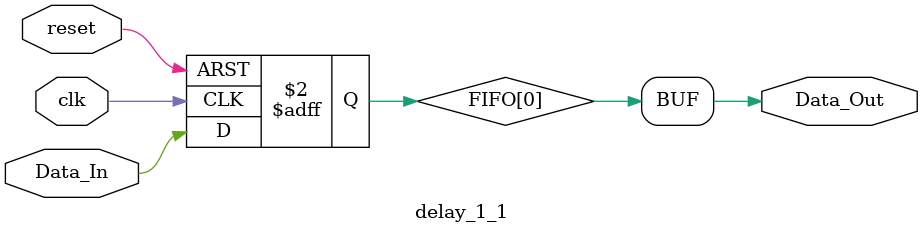
<source format=v>
`timescale 1ns / 1ps


module 
 delay_1_1 #(parameter
	SIG_DATA_WIDTH = 1,
	delay_cycles = 1
	)(
	input clk,
	input reset,
	input [SIG_DATA_WIDTH-1:0] Data_In,
	output [SIG_DATA_WIDTH-1:0] Data_Out
	);
	

	reg	[SIG_DATA_WIDTH-1:0] FIFO  [delay_cycles-1:0] ;
	always @ (posedge clk or posedge reset)
    begin
        if(reset)
		begin
			FIFO[0] <= {SIG_DATA_WIDTH{1'b0}};
		end
		else
		begin
			FIFO[0] <= Data_In;
		end
	end

	assign    Data_Out = FIFO[0];
endmodule
</source>
